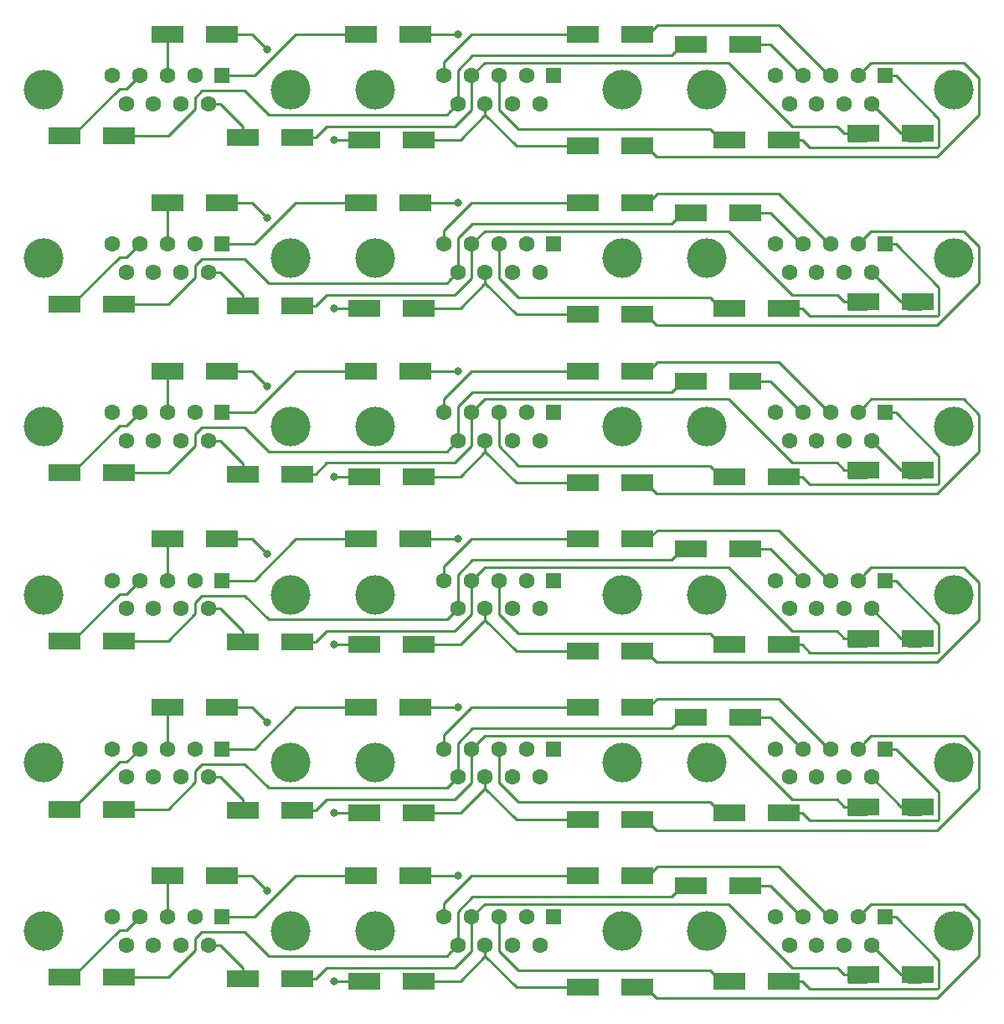
<source format=gtl>
%MOIN*%
%OFA0B0*%
%FSLAX46Y46*%
%IPPOS*%
%LPD*%
%ADD10R,0.062992125984251982X0.062992125984251982*%
%ADD11C,0.062992125984251982*%
%ADD12C,0.15748031496062992*%
%ADD13R,0.12992125984251968X0.066929133858267723*%
%ADD14C,0.031496062992125991*%
%ADD15C,0.00984251968503937*%
%ADD26R,0.062992125984251982X0.062992125984251982*%
%ADD27C,0.062992125984251982*%
%ADD28C,0.15748031496062992*%
%ADD29R,0.12992125984251968X0.066929133858267723*%
%ADD30C,0.031496062992125991*%
%ADD31C,0.00984251968503937*%
%ADD32R,0.062992125984251982X0.062992125984251982*%
%ADD33C,0.062992125984251982*%
%ADD34C,0.15748031496062992*%
%ADD35R,0.12992125984251968X0.066929133858267723*%
%ADD36C,0.031496062992125991*%
%ADD37C,0.00984251968503937*%
%ADD38R,0.062992125984251982X0.062992125984251982*%
%ADD39C,0.062992125984251982*%
%ADD40C,0.15748031496062992*%
%ADD41R,0.12992125984251968X0.066929133858267723*%
%ADD42C,0.031496062992125991*%
%ADD43C,0.00984251968503937*%
%ADD44R,0.062992125984251982X0.062992125984251982*%
%ADD45C,0.062992125984251982*%
%ADD46C,0.15748031496062992*%
%ADD47R,0.12992125984251968X0.066929133858267723*%
%ADD48C,0.031496062992125991*%
%ADD49C,0.00984251968503937*%
%ADD50R,0.062992125984251982X0.062992125984251982*%
%ADD51C,0.062992125984251982*%
%ADD52C,0.15748031496062992*%
%ADD53R,0.12992125984251968X0.066929133858267723*%
%ADD54C,0.031496062992125991*%
%ADD55C,0.00984251968503937*%
D10*
X-0003149606Y0003346456D02*
X0002185393Y0000356456D03*
D11*
X0002076338Y0000356456D03*
X0001967283Y0000356456D03*
X0001858228Y0000356456D03*
X0001749173Y0000356456D03*
X0002130866Y0000244645D03*
X0002021811Y0000244645D03*
X0001912755Y0000244645D03*
X0001803700Y0000244645D03*
D12*
X0001475157Y0000300551D03*
X0002459409Y0000300551D03*
X0000155157Y0000300551D03*
X0001139409Y0000300551D03*
D11*
X0000483700Y0000244645D03*
X0000592755Y0000244645D03*
X0000701810Y0000244645D03*
X0000810866Y0000244645D03*
X0000429173Y0000356456D03*
X0000538228Y0000356456D03*
X0000647283Y0000356456D03*
X0000756338Y0000356456D03*
D10*
X0000865393Y0000356456D03*
X0003505393Y0000356456D03*
D11*
X0003396338Y0000356456D03*
X0003287283Y0000356456D03*
X0003178228Y0000356456D03*
X0003069173Y0000356456D03*
X0003450866Y0000244645D03*
X0003341811Y0000244645D03*
X0003232755Y0000244645D03*
X0003123700Y0000244645D03*
D12*
X0003779409Y0000300551D03*
X0002795157Y0000300551D03*
D13*
X0002883858Y0000101456D03*
X0003100393Y0000101456D03*
X0001417125Y0000521456D03*
X0001633661Y0000521456D03*
X0003633661Y0000126456D03*
X0003417125Y0000126456D03*
X0000947125Y0000111456D03*
X0001163661Y0000111456D03*
X0002302125Y0000521456D03*
X0002518661Y0000521456D03*
X0000863661Y0000521456D03*
X0000647125Y0000521456D03*
X0002946929Y0000481456D03*
X0002730393Y0000481456D03*
X0000237125Y0000116456D03*
X0000453661Y0000116456D03*
X0002302125Y0000076456D03*
X0002518661Y0000076456D03*
X0001648661Y0000101456D03*
X0001432125Y0000101456D03*
D14*
X0001805393Y0000521456D03*
X0001045393Y0000461456D03*
X0001310393Y0000101456D03*
D15*
X0001783122Y0000521456D02*
X0001633661Y0000521456D01*
X0001805393Y0000521456D02*
X0001783122Y0000521456D01*
X0002852362Y0000101456D02*
X0002883858Y0000101456D01*
X0002809055Y0000144763D02*
X0002852362Y0000101456D01*
X0002044488Y0000144763D02*
X0002809055Y0000144763D01*
X0001967283Y0000221968D02*
X0002044488Y0000144763D01*
X0001967283Y0000356456D02*
X0001967283Y0000221968D01*
X0003546732Y0000356456D02*
X0003505393Y0000356456D01*
X0003719291Y0000183897D02*
X0003546732Y0000356456D01*
X0003719291Y0000076456D02*
X0003719291Y0000183897D01*
X0003713700Y0000070865D02*
X0003719291Y0000076456D01*
X0003205787Y0000070865D02*
X0003713700Y0000070865D01*
X0003175196Y0000101456D02*
X0003205787Y0000070865D01*
X0003100393Y0000101456D02*
X0003175196Y0000101456D01*
X0001437125Y0000521456D02*
X0001405629Y0000521456D01*
X0001342322Y0000521456D02*
X0001417125Y0000521456D01*
X0001159291Y0000521456D02*
X0001342322Y0000521456D01*
X0000994291Y0000356456D02*
X0001159291Y0000521456D01*
X0000865393Y0000356456D02*
X0000994291Y0000356456D01*
X0003594055Y0000096456D02*
X0003648661Y0000096456D01*
X0003569055Y0000126456D02*
X0003633661Y0000126456D01*
X0003450866Y0000244645D02*
X0003569055Y0000126456D01*
X0001238464Y0000111456D02*
X0001163661Y0000111456D01*
X0001282598Y0000155590D02*
X0001238464Y0000111456D01*
X0001791850Y0000155590D02*
X0001282598Y0000155590D01*
X0001858228Y0000221968D02*
X0001791850Y0000155590D01*
X0001858228Y0000356456D02*
X0001858228Y0000221968D01*
X0003357322Y0000096456D02*
X0003432125Y0000096456D01*
X0003342322Y0000126456D02*
X0003417125Y0000126456D01*
X0003313188Y0000155590D02*
X0003342322Y0000126456D01*
X0003135551Y0000155590D02*
X0003313188Y0000155590D01*
X0002882519Y0000408622D02*
X0003135551Y0000155590D01*
X0001910393Y0000408622D02*
X0002882519Y0000408622D01*
X0001858228Y0000356456D02*
X0001910393Y0000408622D01*
X0000855408Y0000244645D02*
X0000810866Y0000244645D01*
X0000857244Y0000244645D02*
X0000855408Y0000244645D01*
X0000947125Y0000154763D02*
X0000857244Y0000244645D01*
X0000947125Y0000111456D02*
X0000947125Y0000154763D01*
X0000985393Y0000521456D02*
X0000863661Y0000521456D01*
X0001045393Y0000461456D02*
X0000985393Y0000521456D01*
X0002227322Y0000521456D02*
X0002302125Y0000521456D01*
X0001859291Y0000521456D02*
X0002227322Y0000521456D01*
X0001749173Y0000411338D02*
X0001859291Y0000521456D01*
X0001749173Y0000356456D02*
X0001749173Y0000411338D01*
X0002561732Y0000521456D02*
X0002596732Y0000556456D01*
X0002486929Y0000521456D02*
X0002561732Y0000521456D01*
X0003082283Y0000556456D02*
X0003282283Y0000356456D01*
X0002596732Y0000556456D02*
X0003082283Y0000556456D01*
X0003282283Y0000356456D02*
X0003287283Y0000351456D01*
X0000647283Y0000521299D02*
X0000647125Y0000521456D01*
X0000647283Y0000356456D02*
X0000647283Y0000521299D01*
X0003048228Y0000481456D02*
X0003178228Y0000351456D01*
X0002946929Y0000481456D02*
X0003048228Y0000481456D01*
X0001772204Y0000213149D02*
X0001803700Y0000244645D01*
X0001760196Y0000201141D02*
X0001772204Y0000213149D01*
X0001050708Y0000201141D02*
X0001760196Y0000201141D01*
X0000955039Y0000296811D02*
X0001050708Y0000201141D01*
X0000785826Y0000296811D02*
X0000955039Y0000296811D01*
X0000758700Y0000269685D02*
X0000785826Y0000296811D01*
X0000758700Y0000224330D02*
X0000758700Y0000269685D01*
X0000650826Y0000116456D02*
X0000758700Y0000224330D01*
X0000453661Y0000116456D02*
X0000650826Y0000116456D01*
X0002698897Y0000481456D02*
X0002730393Y0000481456D01*
X0002655590Y0000438149D02*
X0002698897Y0000481456D01*
X0001862716Y0000438149D02*
X0002655590Y0000438149D01*
X0001803700Y0000379133D02*
X0001862716Y0000438149D01*
X0001803700Y0000244645D02*
X0001803700Y0000379133D01*
X0000268622Y0000116456D02*
X0000237125Y0000116456D01*
X0000456456Y0000304291D02*
X0000268622Y0000116456D01*
X0000486062Y0000304291D02*
X0000456456Y0000304291D01*
X0000538228Y0000356456D02*
X0000486062Y0000304291D01*
X0001723464Y0000101456D02*
X0001648661Y0000101456D01*
X0001814109Y0000101456D02*
X0001723464Y0000101456D01*
X0001912755Y0000200103D02*
X0001814109Y0000101456D01*
X0002227322Y0000076456D02*
X0002302125Y0000076456D01*
X0002036402Y0000076456D02*
X0002227322Y0000076456D01*
X0001912755Y0000200103D02*
X0002036402Y0000076456D01*
X0001912755Y0000244645D02*
X0001912755Y0000200103D01*
X0002546732Y0000056456D02*
X0002471929Y0000056456D01*
X0003427834Y0000387952D02*
X0003396338Y0000356456D01*
X0003448503Y0000408622D02*
X0003427834Y0000387952D01*
X0003818464Y0000408622D02*
X0003448503Y0000408622D01*
X0003878818Y0000348267D02*
X0003818464Y0000408622D01*
X0003878818Y0000199793D02*
X0003878818Y0000348267D01*
X0003712175Y0000033149D02*
X0003878818Y0000199793D01*
X0002593464Y0000033149D02*
X0003712175Y0000033149D01*
X0002550157Y0000076456D02*
X0002593464Y0000033149D01*
X0002518661Y0000076456D02*
X0002550157Y0000076456D01*
X0001432125Y0000101456D02*
X0001310393Y0000101456D01*
G04 next file*
G04 #@! TF.GenerationSoftware,KiCad,Pcbnew,(5.1.2)-2*
G04 #@! TF.CreationDate,2019-11-27T23:52:17-06:00*
G04 #@! TF.ProjectId,ti99-joystick,74693939-2d6a-46f7-9973-7469636b2e6b,rev?*
G04 #@! TF.SameCoordinates,Original*
G04 #@! TF.FileFunction,Copper,L1,Top*
G04 #@! TF.FilePolarity,Positive*
G04 Gerber Fmt 4.6, Leading zero omitted, Abs format (unit mm)*
G04 Created by KiCad (PCBNEW (5.1.2)-2) date 2019-11-27 23:52:17*
G04 APERTURE LIST*
G04 APERTURE END LIST*
D26*
X-0003149606Y0004015748D02*
X0002185393Y0001025748D03*
D27*
X0002076338Y0001025748D03*
X0001967283Y0001025748D03*
X0001858228Y0001025748D03*
X0001749173Y0001025748D03*
X0002130866Y0000913937D03*
X0002021811Y0000913937D03*
X0001912755Y0000913937D03*
X0001803700Y0000913937D03*
D28*
X0001475157Y0000969842D03*
X0002459409Y0000969842D03*
X0000155157Y0000969842D03*
X0001139409Y0000969842D03*
D27*
X0000483700Y0000913937D03*
X0000592755Y0000913937D03*
X0000701810Y0000913937D03*
X0000810866Y0000913937D03*
X0000429173Y0001025748D03*
X0000538228Y0001025748D03*
X0000647283Y0001025748D03*
X0000756338Y0001025748D03*
D26*
X0000865393Y0001025748D03*
X0003505393Y0001025748D03*
D27*
X0003396338Y0001025748D03*
X0003287283Y0001025748D03*
X0003178228Y0001025748D03*
X0003069173Y0001025748D03*
X0003450866Y0000913937D03*
X0003341811Y0000913937D03*
X0003232755Y0000913937D03*
X0003123700Y0000913937D03*
D28*
X0003779409Y0000969842D03*
X0002795157Y0000969842D03*
D29*
X0002883858Y0000770748D03*
X0003100393Y0000770748D03*
X0001417125Y0001190748D03*
X0001633661Y0001190748D03*
X0003633661Y0000795748D03*
X0003417125Y0000795748D03*
X0000947125Y0000780748D03*
X0001163661Y0000780748D03*
X0002302125Y0001190748D03*
X0002518661Y0001190748D03*
X0000863661Y0001190748D03*
X0000647125Y0001190748D03*
X0002946929Y0001150748D03*
X0002730393Y0001150748D03*
X0000237125Y0000785748D03*
X0000453661Y0000785748D03*
X0002302125Y0000745747D03*
X0002518661Y0000745747D03*
X0001648661Y0000770748D03*
X0001432125Y0000770748D03*
D30*
X0001805393Y0001190748D03*
X0001045393Y0001130748D03*
X0001310393Y0000770748D03*
D31*
X0001783122Y0001190748D02*
X0001633661Y0001190748D01*
X0001805393Y0001190748D02*
X0001783122Y0001190748D01*
X0002852362Y0000770748D02*
X0002883858Y0000770748D01*
X0002809055Y0000814055D02*
X0002852362Y0000770748D01*
X0002044488Y0000814055D02*
X0002809055Y0000814055D01*
X0001967283Y0000891259D02*
X0002044488Y0000814055D01*
X0001967283Y0001025748D02*
X0001967283Y0000891259D01*
X0003546732Y0001025748D02*
X0003505393Y0001025748D01*
X0003719291Y0000853188D02*
X0003546732Y0001025748D01*
X0003719291Y0000745747D02*
X0003719291Y0000853188D01*
X0003713700Y0000740157D02*
X0003719291Y0000745747D01*
X0003205787Y0000740157D02*
X0003713700Y0000740157D01*
X0003175196Y0000770748D02*
X0003205787Y0000740157D01*
X0003100393Y0000770748D02*
X0003175196Y0000770748D01*
X0001437125Y0001190748D02*
X0001405629Y0001190748D01*
X0001342322Y0001190748D02*
X0001417125Y0001190748D01*
X0001159291Y0001190748D02*
X0001342322Y0001190748D01*
X0000994291Y0001025748D02*
X0001159291Y0001190748D01*
X0000865393Y0001025748D02*
X0000994291Y0001025748D01*
X0003594055Y0000765748D02*
X0003648661Y0000765748D01*
X0003569055Y0000795748D02*
X0003633661Y0000795748D01*
X0003450866Y0000913937D02*
X0003569055Y0000795748D01*
X0001238464Y0000780748D02*
X0001163661Y0000780748D01*
X0001282598Y0000824881D02*
X0001238464Y0000780748D01*
X0001791850Y0000824881D02*
X0001282598Y0000824881D01*
X0001858228Y0000891259D02*
X0001791850Y0000824881D01*
X0001858228Y0001025748D02*
X0001858228Y0000891259D01*
X0003357322Y0000765748D02*
X0003432125Y0000765748D01*
X0003342322Y0000795748D02*
X0003417125Y0000795748D01*
X0003313188Y0000824881D02*
X0003342322Y0000795748D01*
X0003135551Y0000824881D02*
X0003313188Y0000824881D01*
X0002882519Y0001077913D02*
X0003135551Y0000824881D01*
X0001910393Y0001077913D02*
X0002882519Y0001077913D01*
X0001858228Y0001025748D02*
X0001910393Y0001077913D01*
X0000855408Y0000913937D02*
X0000810866Y0000913937D01*
X0000857244Y0000913937D02*
X0000855408Y0000913937D01*
X0000947125Y0000824055D02*
X0000857244Y0000913937D01*
X0000947125Y0000780748D02*
X0000947125Y0000824055D01*
X0000985393Y0001190748D02*
X0000863661Y0001190748D01*
X0001045393Y0001130748D02*
X0000985393Y0001190748D01*
X0002227322Y0001190748D02*
X0002302125Y0001190748D01*
X0001859291Y0001190748D02*
X0002227322Y0001190748D01*
X0001749173Y0001080629D02*
X0001859291Y0001190748D01*
X0001749173Y0001025748D02*
X0001749173Y0001080629D01*
X0002561732Y0001190748D02*
X0002596732Y0001225748D01*
X0002486929Y0001190748D02*
X0002561732Y0001190748D01*
X0003082283Y0001225748D02*
X0003282283Y0001025748D01*
X0002596732Y0001225748D02*
X0003082283Y0001225748D01*
X0003282283Y0001025748D02*
X0003287283Y0001020748D01*
X0000647283Y0001190590D02*
X0000647125Y0001190748D01*
X0000647283Y0001025748D02*
X0000647283Y0001190590D01*
X0003048228Y0001150748D02*
X0003178228Y0001020748D01*
X0002946929Y0001150748D02*
X0003048228Y0001150748D01*
X0001772204Y0000882440D02*
X0001803700Y0000913937D01*
X0001760196Y0000870432D02*
X0001772204Y0000882440D01*
X0001050708Y0000870432D02*
X0001760196Y0000870432D01*
X0000955039Y0000966102D02*
X0001050708Y0000870432D01*
X0000785826Y0000966102D02*
X0000955039Y0000966102D01*
X0000758700Y0000938976D02*
X0000785826Y0000966102D01*
X0000758700Y0000893621D02*
X0000758700Y0000938976D01*
X0000650826Y0000785748D02*
X0000758700Y0000893621D01*
X0000453661Y0000785748D02*
X0000650826Y0000785748D01*
X0002698897Y0001150748D02*
X0002730393Y0001150748D01*
X0002655590Y0001107440D02*
X0002698897Y0001150748D01*
X0001862716Y0001107440D02*
X0002655590Y0001107440D01*
X0001803700Y0001048425D02*
X0001862716Y0001107440D01*
X0001803700Y0000913937D02*
X0001803700Y0001048425D01*
X0000268622Y0000785748D02*
X0000237125Y0000785748D01*
X0000456456Y0000973582D02*
X0000268622Y0000785748D01*
X0000486062Y0000973582D02*
X0000456456Y0000973582D01*
X0000538228Y0001025748D02*
X0000486062Y0000973582D01*
X0001723464Y0000770748D02*
X0001648661Y0000770748D01*
X0001814109Y0000770748D02*
X0001723464Y0000770748D01*
X0001912755Y0000869394D02*
X0001814109Y0000770748D01*
X0002227322Y0000745747D02*
X0002302125Y0000745747D01*
X0002036402Y0000745747D02*
X0002227322Y0000745747D01*
X0001912755Y0000869394D02*
X0002036402Y0000745747D01*
X0001912755Y0000913937D02*
X0001912755Y0000869394D01*
X0002546732Y0000725747D02*
X0002471929Y0000725747D01*
X0003427834Y0001057244D02*
X0003396338Y0001025748D01*
X0003448503Y0001077913D02*
X0003427834Y0001057244D01*
X0003818464Y0001077913D02*
X0003448503Y0001077913D01*
X0003878818Y0001017559D02*
X0003818464Y0001077913D01*
X0003878818Y0000869084D02*
X0003878818Y0001017559D01*
X0003712175Y0000702440D02*
X0003878818Y0000869084D01*
X0002593464Y0000702440D02*
X0003712175Y0000702440D01*
X0002550157Y0000745747D02*
X0002593464Y0000702440D01*
X0002518661Y0000745747D02*
X0002550157Y0000745747D01*
X0001432125Y0000770748D02*
X0001310393Y0000770748D01*
G04 next file*
G04 #@! TF.GenerationSoftware,KiCad,Pcbnew,(5.1.2)-2*
G04 #@! TF.CreationDate,2019-11-27T23:52:17-06:00*
G04 #@! TF.ProjectId,ti99-joystick,74693939-2d6a-46f7-9973-7469636b2e6b,rev?*
G04 #@! TF.SameCoordinates,Original*
G04 #@! TF.FileFunction,Copper,L1,Top*
G04 #@! TF.FilePolarity,Positive*
G04 Gerber Fmt 4.6, Leading zero omitted, Abs format (unit mm)*
G04 Created by KiCad (PCBNEW (5.1.2)-2) date 2019-11-27 23:52:17*
G04 APERTURE LIST*
G04 APERTURE END LIST*
D32*
X-0003149606Y0004685039D02*
X0002185393Y0001695039D03*
D33*
X0002076338Y0001695039D03*
X0001967283Y0001695039D03*
X0001858228Y0001695039D03*
X0001749173Y0001695039D03*
X0002130866Y0001583228D03*
X0002021811Y0001583228D03*
X0001912755Y0001583228D03*
X0001803700Y0001583228D03*
D34*
X0001475157Y0001639133D03*
X0002459409Y0001639133D03*
X0000155157Y0001639133D03*
X0001139409Y0001639133D03*
D33*
X0000483700Y0001583228D03*
X0000592755Y0001583228D03*
X0000701810Y0001583228D03*
X0000810866Y0001583228D03*
X0000429173Y0001695039D03*
X0000538228Y0001695039D03*
X0000647283Y0001695039D03*
X0000756338Y0001695039D03*
D32*
X0000865393Y0001695039D03*
X0003505393Y0001695039D03*
D33*
X0003396338Y0001695039D03*
X0003287283Y0001695039D03*
X0003178228Y0001695039D03*
X0003069173Y0001695039D03*
X0003450866Y0001583228D03*
X0003341811Y0001583228D03*
X0003232755Y0001583228D03*
X0003123700Y0001583228D03*
D34*
X0003779409Y0001639133D03*
X0002795157Y0001639133D03*
D35*
X0002883858Y0001440039D03*
X0003100393Y0001440039D03*
X0001417125Y0001860039D03*
X0001633661Y0001860039D03*
X0003633661Y0001465039D03*
X0003417125Y0001465039D03*
X0000947125Y0001450039D03*
X0001163661Y0001450039D03*
X0002302125Y0001860039D03*
X0002518661Y0001860039D03*
X0000863661Y0001860039D03*
X0000647125Y0001860039D03*
X0002946929Y0001820039D03*
X0002730393Y0001820039D03*
X0000237125Y0001455039D03*
X0000453661Y0001455039D03*
X0002302125Y0001415039D03*
X0002518661Y0001415039D03*
X0001648661Y0001440039D03*
X0001432125Y0001440039D03*
D36*
X0001805393Y0001860039D03*
X0001045393Y0001800039D03*
X0001310393Y0001440039D03*
D37*
X0001783122Y0001860039D02*
X0001633661Y0001860039D01*
X0001805393Y0001860039D02*
X0001783122Y0001860039D01*
X0002852362Y0001440039D02*
X0002883858Y0001440039D01*
X0002809055Y0001483346D02*
X0002852362Y0001440039D01*
X0002044488Y0001483346D02*
X0002809055Y0001483346D01*
X0001967283Y0001560551D02*
X0002044488Y0001483346D01*
X0001967283Y0001695039D02*
X0001967283Y0001560551D01*
X0003546732Y0001695039D02*
X0003505393Y0001695039D01*
X0003719291Y0001522480D02*
X0003546732Y0001695039D01*
X0003719291Y0001415039D02*
X0003719291Y0001522480D01*
X0003713700Y0001409448D02*
X0003719291Y0001415039D01*
X0003205787Y0001409448D02*
X0003713700Y0001409448D01*
X0003175196Y0001440039D02*
X0003205787Y0001409448D01*
X0003100393Y0001440039D02*
X0003175196Y0001440039D01*
X0001437125Y0001860039D02*
X0001405629Y0001860039D01*
X0001342322Y0001860039D02*
X0001417125Y0001860039D01*
X0001159291Y0001860039D02*
X0001342322Y0001860039D01*
X0000994291Y0001695039D02*
X0001159291Y0001860039D01*
X0000865393Y0001695039D02*
X0000994291Y0001695039D01*
X0003594055Y0001435039D02*
X0003648661Y0001435039D01*
X0003569055Y0001465039D02*
X0003633661Y0001465039D01*
X0003450866Y0001583228D02*
X0003569055Y0001465039D01*
X0001238464Y0001450039D02*
X0001163661Y0001450039D01*
X0001282598Y0001494173D02*
X0001238464Y0001450039D01*
X0001791850Y0001494173D02*
X0001282598Y0001494173D01*
X0001858228Y0001560551D02*
X0001791850Y0001494173D01*
X0001858228Y0001695039D02*
X0001858228Y0001560551D01*
X0003357322Y0001435039D02*
X0003432125Y0001435039D01*
X0003342322Y0001465039D02*
X0003417125Y0001465039D01*
X0003313188Y0001494173D02*
X0003342322Y0001465039D01*
X0003135551Y0001494173D02*
X0003313188Y0001494173D01*
X0002882519Y0001747204D02*
X0003135551Y0001494173D01*
X0001910393Y0001747204D02*
X0002882519Y0001747204D01*
X0001858228Y0001695039D02*
X0001910393Y0001747204D01*
X0000855408Y0001583228D02*
X0000810866Y0001583228D01*
X0000857244Y0001583228D02*
X0000855408Y0001583228D01*
X0000947125Y0001493346D02*
X0000857244Y0001583228D01*
X0000947125Y0001450039D02*
X0000947125Y0001493346D01*
X0000985393Y0001860039D02*
X0000863661Y0001860039D01*
X0001045393Y0001800039D02*
X0000985393Y0001860039D01*
X0002227322Y0001860039D02*
X0002302125Y0001860039D01*
X0001859291Y0001860039D02*
X0002227322Y0001860039D01*
X0001749173Y0001749921D02*
X0001859291Y0001860039D01*
X0001749173Y0001695039D02*
X0001749173Y0001749921D01*
X0002561732Y0001860039D02*
X0002596732Y0001895039D01*
X0002486929Y0001860039D02*
X0002561732Y0001860039D01*
X0003082283Y0001895039D02*
X0003282283Y0001695039D01*
X0002596732Y0001895039D02*
X0003082283Y0001895039D01*
X0003282283Y0001695039D02*
X0003287283Y0001690039D01*
X0000647283Y0001859881D02*
X0000647125Y0001860039D01*
X0000647283Y0001695039D02*
X0000647283Y0001859881D01*
X0003048228Y0001820039D02*
X0003178228Y0001690039D01*
X0002946929Y0001820039D02*
X0003048228Y0001820039D01*
X0001772204Y0001551732D02*
X0001803700Y0001583228D01*
X0001760196Y0001539724D02*
X0001772204Y0001551732D01*
X0001050708Y0001539724D02*
X0001760196Y0001539724D01*
X0000955039Y0001635393D02*
X0001050708Y0001539724D01*
X0000785826Y0001635393D02*
X0000955039Y0001635393D01*
X0000758700Y0001608267D02*
X0000785826Y0001635393D01*
X0000758700Y0001562913D02*
X0000758700Y0001608267D01*
X0000650826Y0001455039D02*
X0000758700Y0001562913D01*
X0000453661Y0001455039D02*
X0000650826Y0001455039D01*
X0002698897Y0001820039D02*
X0002730393Y0001820039D01*
X0002655590Y0001776732D02*
X0002698897Y0001820039D01*
X0001862716Y0001776732D02*
X0002655590Y0001776732D01*
X0001803700Y0001717716D02*
X0001862716Y0001776732D01*
X0001803700Y0001583228D02*
X0001803700Y0001717716D01*
X0000268622Y0001455039D02*
X0000237125Y0001455039D01*
X0000456456Y0001642873D02*
X0000268622Y0001455039D01*
X0000486062Y0001642873D02*
X0000456456Y0001642873D01*
X0000538228Y0001695039D02*
X0000486062Y0001642873D01*
X0001723464Y0001440039D02*
X0001648661Y0001440039D01*
X0001814109Y0001440039D02*
X0001723464Y0001440039D01*
X0001912755Y0001538686D02*
X0001814109Y0001440039D01*
X0002227322Y0001415039D02*
X0002302125Y0001415039D01*
X0002036402Y0001415039D02*
X0002227322Y0001415039D01*
X0001912755Y0001538686D02*
X0002036402Y0001415039D01*
X0001912755Y0001583228D02*
X0001912755Y0001538686D01*
X0002546732Y0001395039D02*
X0002471929Y0001395039D01*
X0003427834Y0001726535D02*
X0003396338Y0001695039D01*
X0003448503Y0001747204D02*
X0003427834Y0001726535D01*
X0003818464Y0001747204D02*
X0003448503Y0001747204D01*
X0003878818Y0001686850D02*
X0003818464Y0001747204D01*
X0003878818Y0001538375D02*
X0003878818Y0001686850D01*
X0003712175Y0001371732D02*
X0003878818Y0001538375D01*
X0002593464Y0001371732D02*
X0003712175Y0001371732D01*
X0002550157Y0001415039D02*
X0002593464Y0001371732D01*
X0002518661Y0001415039D02*
X0002550157Y0001415039D01*
X0001432125Y0001440039D02*
X0001310393Y0001440039D01*
G04 next file*
G04 #@! TF.GenerationSoftware,KiCad,Pcbnew,(5.1.2)-2*
G04 #@! TF.CreationDate,2019-11-27T23:52:17-06:00*
G04 #@! TF.ProjectId,ti99-joystick,74693939-2d6a-46f7-9973-7469636b2e6b,rev?*
G04 #@! TF.SameCoordinates,Original*
G04 #@! TF.FileFunction,Copper,L1,Top*
G04 #@! TF.FilePolarity,Positive*
G04 Gerber Fmt 4.6, Leading zero omitted, Abs format (unit mm)*
G04 Created by KiCad (PCBNEW (5.1.2)-2) date 2019-11-27 23:52:17*
G04 APERTURE LIST*
G04 APERTURE END LIST*
D38*
X-0003149606Y0005354330D02*
X0002185393Y0002364330D03*
D39*
X0002076338Y0002364330D03*
X0001967283Y0002364330D03*
X0001858228Y0002364330D03*
X0001749173Y0002364330D03*
X0002130866Y0002252519D03*
X0002021811Y0002252519D03*
X0001912755Y0002252519D03*
X0001803700Y0002252519D03*
D40*
X0001475157Y0002308425D03*
X0002459409Y0002308425D03*
X0000155157Y0002308425D03*
X0001139409Y0002308425D03*
D39*
X0000483700Y0002252519D03*
X0000592755Y0002252519D03*
X0000701810Y0002252519D03*
X0000810866Y0002252519D03*
X0000429173Y0002364330D03*
X0000538228Y0002364330D03*
X0000647283Y0002364330D03*
X0000756338Y0002364330D03*
D38*
X0000865393Y0002364330D03*
X0003505393Y0002364330D03*
D39*
X0003396338Y0002364330D03*
X0003287283Y0002364330D03*
X0003178228Y0002364330D03*
X0003069173Y0002364330D03*
X0003450866Y0002252519D03*
X0003341811Y0002252519D03*
X0003232755Y0002252519D03*
X0003123700Y0002252519D03*
D40*
X0003779409Y0002308425D03*
X0002795157Y0002308425D03*
D41*
X0002883858Y0002109330D03*
X0003100393Y0002109330D03*
X0001417125Y0002529330D03*
X0001633661Y0002529330D03*
X0003633661Y0002134330D03*
X0003417125Y0002134330D03*
X0000947125Y0002119330D03*
X0001163661Y0002119330D03*
X0002302125Y0002529330D03*
X0002518661Y0002529330D03*
X0000863661Y0002529330D03*
X0000647125Y0002529330D03*
X0002946929Y0002489330D03*
X0002730393Y0002489330D03*
X0000237125Y0002124330D03*
X0000453661Y0002124330D03*
X0002302125Y0002084330D03*
X0002518661Y0002084330D03*
X0001648661Y0002109330D03*
X0001432125Y0002109330D03*
D42*
X0001805393Y0002529330D03*
X0001045393Y0002469330D03*
X0001310393Y0002109330D03*
D43*
X0001783122Y0002529330D02*
X0001633661Y0002529330D01*
X0001805393Y0002529330D02*
X0001783122Y0002529330D01*
X0002852362Y0002109330D02*
X0002883858Y0002109330D01*
X0002809055Y0002152637D02*
X0002852362Y0002109330D01*
X0002044488Y0002152637D02*
X0002809055Y0002152637D01*
X0001967283Y0002229842D02*
X0002044488Y0002152637D01*
X0001967283Y0002364330D02*
X0001967283Y0002229842D01*
X0003546732Y0002364330D02*
X0003505393Y0002364330D01*
X0003719291Y0002191771D02*
X0003546732Y0002364330D01*
X0003719291Y0002084330D02*
X0003719291Y0002191771D01*
X0003713700Y0002078739D02*
X0003719291Y0002084330D01*
X0003205787Y0002078739D02*
X0003713700Y0002078739D01*
X0003175196Y0002109330D02*
X0003205787Y0002078739D01*
X0003100393Y0002109330D02*
X0003175196Y0002109330D01*
X0001437125Y0002529330D02*
X0001405629Y0002529330D01*
X0001342322Y0002529330D02*
X0001417125Y0002529330D01*
X0001159291Y0002529330D02*
X0001342322Y0002529330D01*
X0000994291Y0002364330D02*
X0001159291Y0002529330D01*
X0000865393Y0002364330D02*
X0000994291Y0002364330D01*
X0003594055Y0002104330D02*
X0003648661Y0002104330D01*
X0003569055Y0002134330D02*
X0003633661Y0002134330D01*
X0003450866Y0002252519D02*
X0003569055Y0002134330D01*
X0001238464Y0002119330D02*
X0001163661Y0002119330D01*
X0001282598Y0002163464D02*
X0001238464Y0002119330D01*
X0001791850Y0002163464D02*
X0001282598Y0002163464D01*
X0001858228Y0002229842D02*
X0001791850Y0002163464D01*
X0001858228Y0002364330D02*
X0001858228Y0002229842D01*
X0003357322Y0002104330D02*
X0003432125Y0002104330D01*
X0003342322Y0002134330D02*
X0003417125Y0002134330D01*
X0003313188Y0002163464D02*
X0003342322Y0002134330D01*
X0003135551Y0002163464D02*
X0003313188Y0002163464D01*
X0002882519Y0002416496D02*
X0003135551Y0002163464D01*
X0001910393Y0002416496D02*
X0002882519Y0002416496D01*
X0001858228Y0002364330D02*
X0001910393Y0002416496D01*
X0000855408Y0002252519D02*
X0000810866Y0002252519D01*
X0000857244Y0002252519D02*
X0000855408Y0002252519D01*
X0000947125Y0002162637D02*
X0000857244Y0002252519D01*
X0000947125Y0002119330D02*
X0000947125Y0002162637D01*
X0000985393Y0002529330D02*
X0000863661Y0002529330D01*
X0001045393Y0002469330D02*
X0000985393Y0002529330D01*
X0002227322Y0002529330D02*
X0002302125Y0002529330D01*
X0001859291Y0002529330D02*
X0002227322Y0002529330D01*
X0001749173Y0002419212D02*
X0001859291Y0002529330D01*
X0001749173Y0002364330D02*
X0001749173Y0002419212D01*
X0002561732Y0002529330D02*
X0002596732Y0002564330D01*
X0002486929Y0002529330D02*
X0002561732Y0002529330D01*
X0003082283Y0002564330D02*
X0003282283Y0002364330D01*
X0002596732Y0002564330D02*
X0003082283Y0002564330D01*
X0003282283Y0002364330D02*
X0003287283Y0002359330D01*
X0000647283Y0002529173D02*
X0000647125Y0002529330D01*
X0000647283Y0002364330D02*
X0000647283Y0002529173D01*
X0003048228Y0002489330D02*
X0003178228Y0002359330D01*
X0002946929Y0002489330D02*
X0003048228Y0002489330D01*
X0001772204Y0002221023D02*
X0001803700Y0002252519D01*
X0001760196Y0002209015D02*
X0001772204Y0002221023D01*
X0001050708Y0002209015D02*
X0001760196Y0002209015D01*
X0000955039Y0002304685D02*
X0001050708Y0002209015D01*
X0000785826Y0002304685D02*
X0000955039Y0002304685D01*
X0000758700Y0002277559D02*
X0000785826Y0002304685D01*
X0000758700Y0002232204D02*
X0000758700Y0002277559D01*
X0000650826Y0002124330D02*
X0000758700Y0002232204D01*
X0000453661Y0002124330D02*
X0000650826Y0002124330D01*
X0002698897Y0002489330D02*
X0002730393Y0002489330D01*
X0002655590Y0002446023D02*
X0002698897Y0002489330D01*
X0001862716Y0002446023D02*
X0002655590Y0002446023D01*
X0001803700Y0002387007D02*
X0001862716Y0002446023D01*
X0001803700Y0002252519D02*
X0001803700Y0002387007D01*
X0000268622Y0002124330D02*
X0000237125Y0002124330D01*
X0000456456Y0002312165D02*
X0000268622Y0002124330D01*
X0000486062Y0002312165D02*
X0000456456Y0002312165D01*
X0000538228Y0002364330D02*
X0000486062Y0002312165D01*
X0001723464Y0002109330D02*
X0001648661Y0002109330D01*
X0001814109Y0002109330D02*
X0001723464Y0002109330D01*
X0001912755Y0002207977D02*
X0001814109Y0002109330D01*
X0002227322Y0002084330D02*
X0002302125Y0002084330D01*
X0002036402Y0002084330D02*
X0002227322Y0002084330D01*
X0001912755Y0002207977D02*
X0002036402Y0002084330D01*
X0001912755Y0002252519D02*
X0001912755Y0002207977D01*
X0002546732Y0002064330D02*
X0002471929Y0002064330D01*
X0003427834Y0002395826D02*
X0003396338Y0002364330D01*
X0003448503Y0002416496D02*
X0003427834Y0002395826D01*
X0003818464Y0002416496D02*
X0003448503Y0002416496D01*
X0003878818Y0002356141D02*
X0003818464Y0002416496D01*
X0003878818Y0002207667D02*
X0003878818Y0002356141D01*
X0003712175Y0002041023D02*
X0003878818Y0002207667D01*
X0002593464Y0002041023D02*
X0003712175Y0002041023D01*
X0002550157Y0002084330D02*
X0002593464Y0002041023D01*
X0002518661Y0002084330D02*
X0002550157Y0002084330D01*
X0001432125Y0002109330D02*
X0001310393Y0002109330D01*
G04 next file*
G04 #@! TF.GenerationSoftware,KiCad,Pcbnew,(5.1.2)-2*
G04 #@! TF.CreationDate,2019-11-27T23:52:17-06:00*
G04 #@! TF.ProjectId,ti99-joystick,74693939-2d6a-46f7-9973-7469636b2e6b,rev?*
G04 #@! TF.SameCoordinates,Original*
G04 #@! TF.FileFunction,Copper,L1,Top*
G04 #@! TF.FilePolarity,Positive*
G04 Gerber Fmt 4.6, Leading zero omitted, Abs format (unit mm)*
G04 Created by KiCad (PCBNEW (5.1.2)-2) date 2019-11-27 23:52:17*
G04 APERTURE LIST*
G04 APERTURE END LIST*
D44*
X-0003149606Y0006023622D02*
X0002185393Y0003033622D03*
D45*
X0002076338Y0003033622D03*
X0001967283Y0003033622D03*
X0001858228Y0003033622D03*
X0001749173Y0003033622D03*
X0002130866Y0002921811D03*
X0002021811Y0002921811D03*
X0001912755Y0002921811D03*
X0001803700Y0002921811D03*
D46*
X0001475157Y0002977716D03*
X0002459409Y0002977716D03*
X0000155157Y0002977716D03*
X0001139409Y0002977716D03*
D45*
X0000483700Y0002921811D03*
X0000592755Y0002921811D03*
X0000701810Y0002921811D03*
X0000810866Y0002921811D03*
X0000429173Y0003033622D03*
X0000538228Y0003033622D03*
X0000647283Y0003033622D03*
X0000756338Y0003033622D03*
D44*
X0000865393Y0003033622D03*
X0003505393Y0003033622D03*
D45*
X0003396338Y0003033622D03*
X0003287283Y0003033622D03*
X0003178228Y0003033622D03*
X0003069173Y0003033622D03*
X0003450866Y0002921811D03*
X0003341811Y0002921811D03*
X0003232755Y0002921811D03*
X0003123700Y0002921811D03*
D46*
X0003779409Y0002977716D03*
X0002795157Y0002977716D03*
D47*
X0002883858Y0002778622D03*
X0003100393Y0002778622D03*
X0001417125Y0003198622D03*
X0001633661Y0003198622D03*
X0003633661Y0002803622D03*
X0003417125Y0002803622D03*
X0000947125Y0002788622D03*
X0001163661Y0002788622D03*
X0002302125Y0003198622D03*
X0002518661Y0003198622D03*
X0000863661Y0003198622D03*
X0000647125Y0003198622D03*
X0002946929Y0003158622D03*
X0002730393Y0003158622D03*
X0000237125Y0002793622D03*
X0000453661Y0002793622D03*
X0002302125Y0002753622D03*
X0002518661Y0002753622D03*
X0001648661Y0002778622D03*
X0001432125Y0002778622D03*
D48*
X0001805393Y0003198622D03*
X0001045393Y0003138622D03*
X0001310393Y0002778622D03*
D49*
X0001783122Y0003198622D02*
X0001633661Y0003198622D01*
X0001805393Y0003198622D02*
X0001783122Y0003198622D01*
X0002852362Y0002778622D02*
X0002883858Y0002778622D01*
X0002809055Y0002821929D02*
X0002852362Y0002778622D01*
X0002044488Y0002821929D02*
X0002809055Y0002821929D01*
X0001967283Y0002899133D02*
X0002044488Y0002821929D01*
X0001967283Y0003033622D02*
X0001967283Y0002899133D01*
X0003546732Y0003033622D02*
X0003505393Y0003033622D01*
X0003719291Y0002861062D02*
X0003546732Y0003033622D01*
X0003719291Y0002753622D02*
X0003719291Y0002861062D01*
X0003713700Y0002748031D02*
X0003719291Y0002753622D01*
X0003205787Y0002748031D02*
X0003713700Y0002748031D01*
X0003175196Y0002778622D02*
X0003205787Y0002748031D01*
X0003100393Y0002778622D02*
X0003175196Y0002778622D01*
X0001437125Y0003198622D02*
X0001405629Y0003198622D01*
X0001342322Y0003198622D02*
X0001417125Y0003198622D01*
X0001159291Y0003198622D02*
X0001342322Y0003198622D01*
X0000994291Y0003033622D02*
X0001159291Y0003198622D01*
X0000865393Y0003033622D02*
X0000994291Y0003033622D01*
X0003594055Y0002773622D02*
X0003648661Y0002773622D01*
X0003569055Y0002803622D02*
X0003633661Y0002803622D01*
X0003450866Y0002921811D02*
X0003569055Y0002803622D01*
X0001238464Y0002788622D02*
X0001163661Y0002788622D01*
X0001282598Y0002832755D02*
X0001238464Y0002788622D01*
X0001791850Y0002832755D02*
X0001282598Y0002832755D01*
X0001858228Y0002899133D02*
X0001791850Y0002832755D01*
X0001858228Y0003033622D02*
X0001858228Y0002899133D01*
X0003357322Y0002773622D02*
X0003432125Y0002773622D01*
X0003342322Y0002803622D02*
X0003417125Y0002803622D01*
X0003313188Y0002832755D02*
X0003342322Y0002803622D01*
X0003135551Y0002832755D02*
X0003313188Y0002832755D01*
X0002882519Y0003085787D02*
X0003135551Y0002832755D01*
X0001910393Y0003085787D02*
X0002882519Y0003085787D01*
X0001858228Y0003033622D02*
X0001910393Y0003085787D01*
X0000855408Y0002921811D02*
X0000810866Y0002921811D01*
X0000857244Y0002921811D02*
X0000855408Y0002921811D01*
X0000947125Y0002831929D02*
X0000857244Y0002921811D01*
X0000947125Y0002788622D02*
X0000947125Y0002831929D01*
X0000985393Y0003198622D02*
X0000863661Y0003198622D01*
X0001045393Y0003138622D02*
X0000985393Y0003198622D01*
X0002227322Y0003198622D02*
X0002302125Y0003198622D01*
X0001859291Y0003198622D02*
X0002227322Y0003198622D01*
X0001749173Y0003088503D02*
X0001859291Y0003198622D01*
X0001749173Y0003033622D02*
X0001749173Y0003088503D01*
X0002561732Y0003198622D02*
X0002596732Y0003233622D01*
X0002486929Y0003198622D02*
X0002561732Y0003198622D01*
X0003082283Y0003233622D02*
X0003282283Y0003033622D01*
X0002596732Y0003233622D02*
X0003082283Y0003233622D01*
X0003282283Y0003033622D02*
X0003287283Y0003028622D01*
X0000647283Y0003198464D02*
X0000647125Y0003198622D01*
X0000647283Y0003033622D02*
X0000647283Y0003198464D01*
X0003048228Y0003158622D02*
X0003178228Y0003028622D01*
X0002946929Y0003158622D02*
X0003048228Y0003158622D01*
X0001772204Y0002890315D02*
X0001803700Y0002921811D01*
X0001760196Y0002878307D02*
X0001772204Y0002890315D01*
X0001050708Y0002878307D02*
X0001760196Y0002878307D01*
X0000955039Y0002973976D02*
X0001050708Y0002878307D01*
X0000785826Y0002973976D02*
X0000955039Y0002973976D01*
X0000758700Y0002946850D02*
X0000785826Y0002973976D01*
X0000758700Y0002901495D02*
X0000758700Y0002946850D01*
X0000650826Y0002793622D02*
X0000758700Y0002901495D01*
X0000453661Y0002793622D02*
X0000650826Y0002793622D01*
X0002698897Y0003158622D02*
X0002730393Y0003158622D01*
X0002655590Y0003115314D02*
X0002698897Y0003158622D01*
X0001862716Y0003115314D02*
X0002655590Y0003115314D01*
X0001803700Y0003056299D02*
X0001862716Y0003115314D01*
X0001803700Y0002921811D02*
X0001803700Y0003056299D01*
X0000268622Y0002793622D02*
X0000237125Y0002793622D01*
X0000456456Y0002981456D02*
X0000268622Y0002793622D01*
X0000486062Y0002981456D02*
X0000456456Y0002981456D01*
X0000538228Y0003033622D02*
X0000486062Y0002981456D01*
X0001723464Y0002778622D02*
X0001648661Y0002778622D01*
X0001814109Y0002778622D02*
X0001723464Y0002778622D01*
X0001912755Y0002877268D02*
X0001814109Y0002778622D01*
X0002227322Y0002753622D02*
X0002302125Y0002753622D01*
X0002036402Y0002753622D02*
X0002227322Y0002753622D01*
X0001912755Y0002877268D02*
X0002036402Y0002753622D01*
X0001912755Y0002921811D02*
X0001912755Y0002877268D01*
X0002546732Y0002733622D02*
X0002471929Y0002733622D01*
X0003427834Y0003065118D02*
X0003396338Y0003033622D01*
X0003448503Y0003085787D02*
X0003427834Y0003065118D01*
X0003818464Y0003085787D02*
X0003448503Y0003085787D01*
X0003878818Y0003025433D02*
X0003818464Y0003085787D01*
X0003878818Y0002876958D02*
X0003878818Y0003025433D01*
X0003712175Y0002710314D02*
X0003878818Y0002876958D01*
X0002593464Y0002710314D02*
X0003712175Y0002710314D01*
X0002550157Y0002753622D02*
X0002593464Y0002710314D01*
X0002518661Y0002753622D02*
X0002550157Y0002753622D01*
X0001432125Y0002778622D02*
X0001310393Y0002778622D01*
G04 next file*
G04 #@! TF.GenerationSoftware,KiCad,Pcbnew,(5.1.2)-2*
G04 #@! TF.CreationDate,2019-11-27T23:52:17-06:00*
G04 #@! TF.ProjectId,ti99-joystick,74693939-2d6a-46f7-9973-7469636b2e6b,rev?*
G04 #@! TF.SameCoordinates,Original*
G04 #@! TF.FileFunction,Copper,L1,Top*
G04 #@! TF.FilePolarity,Positive*
G04 Gerber Fmt 4.6, Leading zero omitted, Abs format (unit mm)*
G04 Created by KiCad (PCBNEW (5.1.2)-2) date 2019-11-27 23:52:17*
G04 APERTURE LIST*
G04 APERTURE END LIST*
D50*
X-0003149606Y0006692913D02*
X0002185393Y0003702913D03*
D51*
X0002076338Y0003702913D03*
X0001967283Y0003702913D03*
X0001858228Y0003702913D03*
X0001749173Y0003702913D03*
X0002130866Y0003591102D03*
X0002021811Y0003591102D03*
X0001912755Y0003591102D03*
X0001803700Y0003591102D03*
D52*
X0001475157Y0003647007D03*
X0002459409Y0003647007D03*
X0000155157Y0003647007D03*
X0001139409Y0003647007D03*
D51*
X0000483700Y0003591102D03*
X0000592755Y0003591102D03*
X0000701810Y0003591102D03*
X0000810866Y0003591102D03*
X0000429173Y0003702913D03*
X0000538228Y0003702913D03*
X0000647283Y0003702913D03*
X0000756338Y0003702913D03*
D50*
X0000865393Y0003702913D03*
X0003505393Y0003702913D03*
D51*
X0003396338Y0003702913D03*
X0003287283Y0003702913D03*
X0003178228Y0003702913D03*
X0003069173Y0003702913D03*
X0003450866Y0003591102D03*
X0003341811Y0003591102D03*
X0003232755Y0003591102D03*
X0003123700Y0003591102D03*
D52*
X0003779409Y0003647007D03*
X0002795157Y0003647007D03*
D53*
X0002883858Y0003447913D03*
X0003100393Y0003447913D03*
X0001417125Y0003867913D03*
X0001633661Y0003867913D03*
X0003633661Y0003472913D03*
X0003417125Y0003472913D03*
X0000947125Y0003457913D03*
X0001163661Y0003457913D03*
X0002302125Y0003867913D03*
X0002518661Y0003867913D03*
X0000863661Y0003867913D03*
X0000647125Y0003867913D03*
X0002946929Y0003827913D03*
X0002730393Y0003827913D03*
X0000237125Y0003462913D03*
X0000453661Y0003462913D03*
X0002302125Y0003422913D03*
X0002518661Y0003422913D03*
X0001648661Y0003447913D03*
X0001432125Y0003447913D03*
D54*
X0001805393Y0003867913D03*
X0001045393Y0003807913D03*
X0001310393Y0003447913D03*
D55*
X0001783122Y0003867913D02*
X0001633661Y0003867913D01*
X0001805393Y0003867913D02*
X0001783122Y0003867913D01*
X0002852362Y0003447913D02*
X0002883858Y0003447913D01*
X0002809055Y0003491220D02*
X0002852362Y0003447913D01*
X0002044488Y0003491220D02*
X0002809055Y0003491220D01*
X0001967283Y0003568425D02*
X0002044488Y0003491220D01*
X0001967283Y0003702913D02*
X0001967283Y0003568425D01*
X0003546732Y0003702913D02*
X0003505393Y0003702913D01*
X0003719291Y0003530354D02*
X0003546732Y0003702913D01*
X0003719291Y0003422913D02*
X0003719291Y0003530354D01*
X0003713700Y0003417322D02*
X0003719291Y0003422913D01*
X0003205787Y0003417322D02*
X0003713700Y0003417322D01*
X0003175196Y0003447913D02*
X0003205787Y0003417322D01*
X0003100393Y0003447913D02*
X0003175196Y0003447913D01*
X0001437125Y0003867913D02*
X0001405629Y0003867913D01*
X0001342322Y0003867913D02*
X0001417125Y0003867913D01*
X0001159291Y0003867913D02*
X0001342322Y0003867913D01*
X0000994291Y0003702913D02*
X0001159291Y0003867913D01*
X0000865393Y0003702913D02*
X0000994291Y0003702913D01*
X0003594055Y0003442913D02*
X0003648661Y0003442913D01*
X0003569055Y0003472913D02*
X0003633661Y0003472913D01*
X0003450866Y0003591102D02*
X0003569055Y0003472913D01*
X0001238464Y0003457913D02*
X0001163661Y0003457913D01*
X0001282598Y0003502047D02*
X0001238464Y0003457913D01*
X0001791850Y0003502047D02*
X0001282598Y0003502047D01*
X0001858228Y0003568425D02*
X0001791850Y0003502047D01*
X0001858228Y0003702913D02*
X0001858228Y0003568425D01*
X0003357322Y0003442913D02*
X0003432125Y0003442913D01*
X0003342322Y0003472913D02*
X0003417125Y0003472913D01*
X0003313188Y0003502047D02*
X0003342322Y0003472913D01*
X0003135551Y0003502047D02*
X0003313188Y0003502047D01*
X0002882519Y0003755078D02*
X0003135551Y0003502047D01*
X0001910393Y0003755078D02*
X0002882519Y0003755078D01*
X0001858228Y0003702913D02*
X0001910393Y0003755078D01*
X0000855408Y0003591102D02*
X0000810866Y0003591102D01*
X0000857244Y0003591102D02*
X0000855408Y0003591102D01*
X0000947125Y0003501220D02*
X0000857244Y0003591102D01*
X0000947125Y0003457913D02*
X0000947125Y0003501220D01*
X0000985393Y0003867913D02*
X0000863661Y0003867913D01*
X0001045393Y0003807913D02*
X0000985393Y0003867913D01*
X0002227322Y0003867913D02*
X0002302125Y0003867913D01*
X0001859291Y0003867913D02*
X0002227322Y0003867913D01*
X0001749173Y0003757795D02*
X0001859291Y0003867913D01*
X0001749173Y0003702913D02*
X0001749173Y0003757795D01*
X0002561732Y0003867913D02*
X0002596732Y0003902913D01*
X0002486929Y0003867913D02*
X0002561732Y0003867913D01*
X0003082283Y0003902913D02*
X0003282283Y0003702913D01*
X0002596732Y0003902913D02*
X0003082283Y0003902913D01*
X0003282283Y0003702913D02*
X0003287283Y0003697913D01*
X0000647283Y0003867755D02*
X0000647125Y0003867913D01*
X0000647283Y0003702913D02*
X0000647283Y0003867755D01*
X0003048228Y0003827913D02*
X0003178228Y0003697913D01*
X0002946929Y0003827913D02*
X0003048228Y0003827913D01*
X0001772204Y0003559606D02*
X0001803700Y0003591102D01*
X0001760196Y0003547598D02*
X0001772204Y0003559606D01*
X0001050708Y0003547598D02*
X0001760196Y0003547598D01*
X0000955039Y0003643267D02*
X0001050708Y0003547598D01*
X0000785826Y0003643267D02*
X0000955039Y0003643267D01*
X0000758700Y0003616141D02*
X0000785826Y0003643267D01*
X0000758700Y0003570787D02*
X0000758700Y0003616141D01*
X0000650826Y0003462913D02*
X0000758700Y0003570787D01*
X0000453661Y0003462913D02*
X0000650826Y0003462913D01*
X0002698897Y0003827913D02*
X0002730393Y0003827913D01*
X0002655590Y0003784606D02*
X0002698897Y0003827913D01*
X0001862716Y0003784606D02*
X0002655590Y0003784606D01*
X0001803700Y0003725590D02*
X0001862716Y0003784606D01*
X0001803700Y0003591102D02*
X0001803700Y0003725590D01*
X0000268622Y0003462913D02*
X0000237125Y0003462913D01*
X0000456456Y0003650747D02*
X0000268622Y0003462913D01*
X0000486062Y0003650747D02*
X0000456456Y0003650747D01*
X0000538228Y0003702913D02*
X0000486062Y0003650747D01*
X0001723464Y0003447913D02*
X0001648661Y0003447913D01*
X0001814109Y0003447913D02*
X0001723464Y0003447913D01*
X0001912755Y0003546560D02*
X0001814109Y0003447913D01*
X0002227322Y0003422913D02*
X0002302125Y0003422913D01*
X0002036402Y0003422913D02*
X0002227322Y0003422913D01*
X0001912755Y0003546560D02*
X0002036402Y0003422913D01*
X0001912755Y0003591102D02*
X0001912755Y0003546560D01*
X0002546732Y0003402913D02*
X0002471929Y0003402913D01*
X0003427834Y0003734409D02*
X0003396338Y0003702913D01*
X0003448503Y0003755078D02*
X0003427834Y0003734409D01*
X0003818464Y0003755078D02*
X0003448503Y0003755078D01*
X0003878818Y0003694724D02*
X0003818464Y0003755078D01*
X0003878818Y0003546249D02*
X0003878818Y0003694724D01*
X0003712175Y0003379606D02*
X0003878818Y0003546249D01*
X0002593464Y0003379606D02*
X0003712175Y0003379606D01*
X0002550157Y0003422913D02*
X0002593464Y0003379606D01*
X0002518661Y0003422913D02*
X0002550157Y0003422913D01*
X0001432125Y0003447913D02*
X0001310393Y0003447913D01*
M02*
</source>
